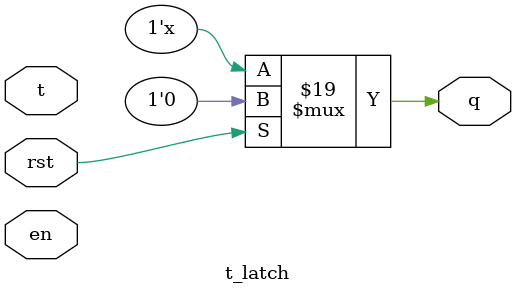
<source format=v>
module t_latch(
input t,
input en,
input rst,
output reg q);
always @ (*)begin
if(rst)begin
q=1'b0;
end
else if (en)begin
if (t)
q=~q;
else 
q=q;
end
end
endmodule

</source>
